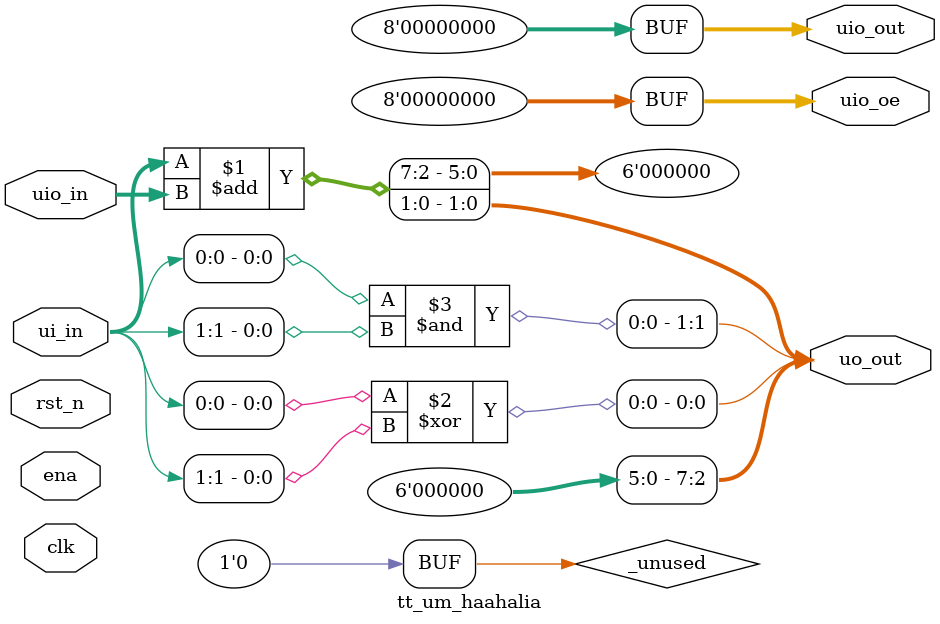
<source format=v>
/*
 * Copyright (c) 2024 Your Name
 * SPDX-License-Identifier: Apache-2.0
 */

`default_nettype none

module tt_um_haahalia (
    input  wire [7:0] ui_in,    // Dedicated inputs
    output wire [7:0] uo_out,   // Dedicated outputs
    input  wire [7:0] uio_in,   // IOs: Input path
    output wire [7:0] uio_out,  // IOs: Output path
    output wire [7:0] uio_oe,   // IOs: Enable path (active high: 0=input, 1=output)
    input  wire       ena,      // always 1 when the design is powered, so you can ignore it
    input  wire       clk,      // clock
    input  wire       rst_n     // reset_n - low to reset
);

   //All output pins must be assigned. If not used, assign to 0.
    assign uo_out  = ui_in + uio_in;  // Example: ou_out is the sum of ui_in and uio_in
    assign uo_out[0]= ui_in[0] ^ ui_in[1];
    assign uo_out[1]= ui_in[0] & ui_in[1];
    assign uio_out = 0;
    assign uio_oe  = 0;
    assign uo_out[7:2]=0;

   //List all unused inputs to prevent warnings
   wire _unused = &{ena, clk, rst_n, 1'b0};

endmodule

</source>
